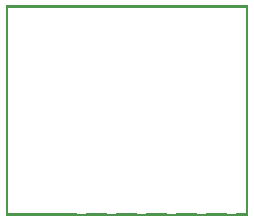
<source format=gbo>
G04 MADE WITH FRITZING*
G04 WWW.FRITZING.ORG*
G04 DOUBLE SIDED*
G04 HOLES PLATED*
G04 CONTOUR ON CENTER OF CONTOUR VECTOR*
%ASAXBY*%
%FSLAX23Y23*%
%MOIN*%
%OFA0B0*%
%SFA1.0B1.0*%
%ADD10R,0.001000X0.001000*%
%LNSILK0*%
G90*
G70*
G54D10*
X0Y702D02*
X806Y702D01*
X0Y701D02*
X806Y701D01*
X0Y700D02*
X806Y700D01*
X0Y699D02*
X806Y699D01*
X0Y698D02*
X806Y698D01*
X0Y697D02*
X806Y697D01*
X0Y696D02*
X806Y696D01*
X0Y695D02*
X806Y695D01*
X0Y694D02*
X7Y694D01*
X799Y694D02*
X806Y694D01*
X0Y693D02*
X7Y693D01*
X799Y693D02*
X806Y693D01*
X0Y692D02*
X7Y692D01*
X799Y692D02*
X806Y692D01*
X0Y691D02*
X7Y691D01*
X799Y691D02*
X806Y691D01*
X0Y690D02*
X7Y690D01*
X799Y690D02*
X806Y690D01*
X0Y689D02*
X7Y689D01*
X799Y689D02*
X806Y689D01*
X0Y688D02*
X7Y688D01*
X799Y688D02*
X806Y688D01*
X0Y687D02*
X7Y687D01*
X799Y687D02*
X806Y687D01*
X0Y686D02*
X7Y686D01*
X799Y686D02*
X806Y686D01*
X0Y685D02*
X7Y685D01*
X799Y685D02*
X806Y685D01*
X0Y684D02*
X7Y684D01*
X799Y684D02*
X806Y684D01*
X0Y683D02*
X7Y683D01*
X799Y683D02*
X806Y683D01*
X0Y682D02*
X7Y682D01*
X799Y682D02*
X806Y682D01*
X0Y681D02*
X7Y681D01*
X799Y681D02*
X806Y681D01*
X0Y680D02*
X7Y680D01*
X799Y680D02*
X806Y680D01*
X0Y679D02*
X7Y679D01*
X799Y679D02*
X806Y679D01*
X0Y678D02*
X7Y678D01*
X799Y678D02*
X806Y678D01*
X0Y677D02*
X7Y677D01*
X799Y677D02*
X806Y677D01*
X0Y676D02*
X7Y676D01*
X799Y676D02*
X806Y676D01*
X0Y675D02*
X7Y675D01*
X799Y675D02*
X806Y675D01*
X0Y674D02*
X7Y674D01*
X799Y674D02*
X806Y674D01*
X0Y673D02*
X7Y673D01*
X799Y673D02*
X806Y673D01*
X0Y672D02*
X7Y672D01*
X799Y672D02*
X806Y672D01*
X0Y671D02*
X7Y671D01*
X799Y671D02*
X806Y671D01*
X0Y670D02*
X7Y670D01*
X799Y670D02*
X806Y670D01*
X0Y669D02*
X7Y669D01*
X799Y669D02*
X806Y669D01*
X0Y668D02*
X7Y668D01*
X799Y668D02*
X806Y668D01*
X0Y667D02*
X7Y667D01*
X799Y667D02*
X806Y667D01*
X0Y666D02*
X7Y666D01*
X799Y666D02*
X806Y666D01*
X0Y665D02*
X7Y665D01*
X799Y665D02*
X806Y665D01*
X0Y664D02*
X7Y664D01*
X799Y664D02*
X806Y664D01*
X0Y663D02*
X7Y663D01*
X799Y663D02*
X806Y663D01*
X0Y662D02*
X7Y662D01*
X799Y662D02*
X806Y662D01*
X0Y661D02*
X7Y661D01*
X799Y661D02*
X806Y661D01*
X0Y660D02*
X7Y660D01*
X799Y660D02*
X806Y660D01*
X0Y659D02*
X7Y659D01*
X799Y659D02*
X806Y659D01*
X0Y658D02*
X7Y658D01*
X799Y658D02*
X806Y658D01*
X0Y657D02*
X7Y657D01*
X799Y657D02*
X806Y657D01*
X0Y656D02*
X7Y656D01*
X799Y656D02*
X806Y656D01*
X0Y655D02*
X7Y655D01*
X799Y655D02*
X806Y655D01*
X0Y654D02*
X7Y654D01*
X799Y654D02*
X806Y654D01*
X0Y653D02*
X7Y653D01*
X799Y653D02*
X806Y653D01*
X0Y652D02*
X7Y652D01*
X799Y652D02*
X806Y652D01*
X0Y651D02*
X7Y651D01*
X799Y651D02*
X806Y651D01*
X0Y650D02*
X7Y650D01*
X799Y650D02*
X806Y650D01*
X0Y649D02*
X7Y649D01*
X799Y649D02*
X806Y649D01*
X0Y648D02*
X7Y648D01*
X799Y648D02*
X806Y648D01*
X0Y647D02*
X7Y647D01*
X799Y647D02*
X806Y647D01*
X0Y646D02*
X7Y646D01*
X799Y646D02*
X806Y646D01*
X0Y645D02*
X7Y645D01*
X799Y645D02*
X806Y645D01*
X0Y644D02*
X7Y644D01*
X799Y644D02*
X806Y644D01*
X0Y643D02*
X7Y643D01*
X799Y643D02*
X806Y643D01*
X0Y642D02*
X7Y642D01*
X799Y642D02*
X806Y642D01*
X0Y641D02*
X7Y641D01*
X799Y641D02*
X806Y641D01*
X0Y640D02*
X7Y640D01*
X799Y640D02*
X806Y640D01*
X0Y639D02*
X7Y639D01*
X799Y639D02*
X806Y639D01*
X0Y638D02*
X7Y638D01*
X799Y638D02*
X806Y638D01*
X0Y637D02*
X7Y637D01*
X799Y637D02*
X806Y637D01*
X0Y636D02*
X7Y636D01*
X799Y636D02*
X806Y636D01*
X0Y635D02*
X7Y635D01*
X799Y635D02*
X806Y635D01*
X0Y634D02*
X7Y634D01*
X799Y634D02*
X806Y634D01*
X0Y633D02*
X7Y633D01*
X799Y633D02*
X806Y633D01*
X0Y632D02*
X7Y632D01*
X799Y632D02*
X806Y632D01*
X0Y631D02*
X7Y631D01*
X799Y631D02*
X806Y631D01*
X0Y630D02*
X7Y630D01*
X799Y630D02*
X806Y630D01*
X0Y629D02*
X7Y629D01*
X799Y629D02*
X806Y629D01*
X0Y628D02*
X7Y628D01*
X799Y628D02*
X806Y628D01*
X0Y627D02*
X7Y627D01*
X799Y627D02*
X806Y627D01*
X0Y626D02*
X7Y626D01*
X799Y626D02*
X806Y626D01*
X0Y625D02*
X7Y625D01*
X799Y625D02*
X806Y625D01*
X0Y624D02*
X7Y624D01*
X799Y624D02*
X806Y624D01*
X0Y623D02*
X7Y623D01*
X799Y623D02*
X806Y623D01*
X0Y622D02*
X7Y622D01*
X799Y622D02*
X806Y622D01*
X0Y621D02*
X7Y621D01*
X799Y621D02*
X806Y621D01*
X0Y620D02*
X7Y620D01*
X799Y620D02*
X806Y620D01*
X0Y619D02*
X7Y619D01*
X799Y619D02*
X806Y619D01*
X0Y618D02*
X7Y618D01*
X799Y618D02*
X806Y618D01*
X0Y617D02*
X7Y617D01*
X799Y617D02*
X806Y617D01*
X0Y616D02*
X7Y616D01*
X799Y616D02*
X806Y616D01*
X0Y615D02*
X7Y615D01*
X799Y615D02*
X806Y615D01*
X0Y614D02*
X7Y614D01*
X799Y614D02*
X806Y614D01*
X0Y613D02*
X7Y613D01*
X799Y613D02*
X806Y613D01*
X0Y612D02*
X7Y612D01*
X799Y612D02*
X806Y612D01*
X0Y611D02*
X7Y611D01*
X799Y611D02*
X806Y611D01*
X0Y610D02*
X7Y610D01*
X799Y610D02*
X806Y610D01*
X0Y609D02*
X7Y609D01*
X799Y609D02*
X806Y609D01*
X0Y608D02*
X7Y608D01*
X799Y608D02*
X806Y608D01*
X0Y607D02*
X7Y607D01*
X799Y607D02*
X806Y607D01*
X0Y606D02*
X7Y606D01*
X799Y606D02*
X806Y606D01*
X0Y605D02*
X7Y605D01*
X799Y605D02*
X806Y605D01*
X0Y604D02*
X7Y604D01*
X799Y604D02*
X806Y604D01*
X0Y603D02*
X7Y603D01*
X799Y603D02*
X806Y603D01*
X0Y602D02*
X7Y602D01*
X799Y602D02*
X806Y602D01*
X0Y601D02*
X7Y601D01*
X799Y601D02*
X806Y601D01*
X0Y600D02*
X7Y600D01*
X799Y600D02*
X806Y600D01*
X0Y599D02*
X7Y599D01*
X799Y599D02*
X806Y599D01*
X0Y598D02*
X7Y598D01*
X799Y598D02*
X806Y598D01*
X0Y597D02*
X7Y597D01*
X799Y597D02*
X806Y597D01*
X0Y596D02*
X7Y596D01*
X799Y596D02*
X806Y596D01*
X0Y595D02*
X7Y595D01*
X799Y595D02*
X806Y595D01*
X0Y594D02*
X7Y594D01*
X799Y594D02*
X806Y594D01*
X0Y593D02*
X7Y593D01*
X799Y593D02*
X806Y593D01*
X0Y592D02*
X7Y592D01*
X799Y592D02*
X806Y592D01*
X0Y591D02*
X7Y591D01*
X799Y591D02*
X806Y591D01*
X0Y590D02*
X7Y590D01*
X799Y590D02*
X806Y590D01*
X0Y589D02*
X7Y589D01*
X799Y589D02*
X806Y589D01*
X0Y588D02*
X7Y588D01*
X799Y588D02*
X806Y588D01*
X0Y587D02*
X7Y587D01*
X799Y587D02*
X806Y587D01*
X0Y586D02*
X7Y586D01*
X799Y586D02*
X806Y586D01*
X0Y585D02*
X7Y585D01*
X799Y585D02*
X806Y585D01*
X0Y584D02*
X7Y584D01*
X799Y584D02*
X806Y584D01*
X0Y583D02*
X7Y583D01*
X799Y583D02*
X806Y583D01*
X0Y582D02*
X7Y582D01*
X799Y582D02*
X806Y582D01*
X0Y581D02*
X7Y581D01*
X799Y581D02*
X806Y581D01*
X0Y580D02*
X7Y580D01*
X799Y580D02*
X806Y580D01*
X0Y579D02*
X7Y579D01*
X799Y579D02*
X806Y579D01*
X0Y578D02*
X7Y578D01*
X799Y578D02*
X806Y578D01*
X0Y577D02*
X7Y577D01*
X799Y577D02*
X806Y577D01*
X0Y576D02*
X7Y576D01*
X799Y576D02*
X806Y576D01*
X0Y575D02*
X7Y575D01*
X799Y575D02*
X806Y575D01*
X0Y574D02*
X7Y574D01*
X799Y574D02*
X806Y574D01*
X0Y573D02*
X7Y573D01*
X799Y573D02*
X806Y573D01*
X0Y572D02*
X7Y572D01*
X799Y572D02*
X806Y572D01*
X0Y571D02*
X7Y571D01*
X799Y571D02*
X806Y571D01*
X0Y570D02*
X7Y570D01*
X799Y570D02*
X806Y570D01*
X0Y569D02*
X7Y569D01*
X799Y569D02*
X806Y569D01*
X0Y568D02*
X7Y568D01*
X799Y568D02*
X806Y568D01*
X0Y567D02*
X7Y567D01*
X799Y567D02*
X806Y567D01*
X0Y566D02*
X7Y566D01*
X799Y566D02*
X806Y566D01*
X0Y565D02*
X7Y565D01*
X799Y565D02*
X806Y565D01*
X0Y564D02*
X7Y564D01*
X799Y564D02*
X806Y564D01*
X0Y563D02*
X7Y563D01*
X799Y563D02*
X806Y563D01*
X0Y562D02*
X7Y562D01*
X799Y562D02*
X806Y562D01*
X0Y561D02*
X7Y561D01*
X799Y561D02*
X806Y561D01*
X0Y560D02*
X7Y560D01*
X799Y560D02*
X806Y560D01*
X0Y559D02*
X7Y559D01*
X799Y559D02*
X806Y559D01*
X0Y558D02*
X7Y558D01*
X799Y558D02*
X806Y558D01*
X0Y557D02*
X7Y557D01*
X799Y557D02*
X806Y557D01*
X0Y556D02*
X7Y556D01*
X799Y556D02*
X806Y556D01*
X0Y555D02*
X7Y555D01*
X799Y555D02*
X806Y555D01*
X0Y554D02*
X7Y554D01*
X799Y554D02*
X806Y554D01*
X0Y553D02*
X7Y553D01*
X799Y553D02*
X806Y553D01*
X0Y552D02*
X7Y552D01*
X799Y552D02*
X806Y552D01*
X0Y551D02*
X7Y551D01*
X799Y551D02*
X806Y551D01*
X0Y550D02*
X7Y550D01*
X799Y550D02*
X806Y550D01*
X0Y549D02*
X7Y549D01*
X799Y549D02*
X806Y549D01*
X0Y548D02*
X7Y548D01*
X799Y548D02*
X806Y548D01*
X0Y547D02*
X7Y547D01*
X799Y547D02*
X806Y547D01*
X0Y546D02*
X7Y546D01*
X799Y546D02*
X806Y546D01*
X0Y545D02*
X7Y545D01*
X799Y545D02*
X806Y545D01*
X0Y544D02*
X7Y544D01*
X799Y544D02*
X806Y544D01*
X0Y543D02*
X7Y543D01*
X799Y543D02*
X806Y543D01*
X0Y542D02*
X7Y542D01*
X799Y542D02*
X806Y542D01*
X0Y541D02*
X7Y541D01*
X799Y541D02*
X806Y541D01*
X0Y540D02*
X7Y540D01*
X799Y540D02*
X806Y540D01*
X0Y539D02*
X7Y539D01*
X799Y539D02*
X806Y539D01*
X0Y538D02*
X7Y538D01*
X799Y538D02*
X806Y538D01*
X0Y537D02*
X7Y537D01*
X799Y537D02*
X806Y537D01*
X0Y536D02*
X7Y536D01*
X799Y536D02*
X806Y536D01*
X0Y535D02*
X7Y535D01*
X799Y535D02*
X806Y535D01*
X0Y534D02*
X7Y534D01*
X799Y534D02*
X806Y534D01*
X0Y533D02*
X7Y533D01*
X799Y533D02*
X806Y533D01*
X0Y532D02*
X7Y532D01*
X799Y532D02*
X806Y532D01*
X0Y531D02*
X7Y531D01*
X799Y531D02*
X806Y531D01*
X0Y530D02*
X7Y530D01*
X799Y530D02*
X806Y530D01*
X0Y529D02*
X7Y529D01*
X799Y529D02*
X806Y529D01*
X0Y528D02*
X7Y528D01*
X799Y528D02*
X806Y528D01*
X0Y527D02*
X7Y527D01*
X799Y527D02*
X806Y527D01*
X0Y526D02*
X7Y526D01*
X799Y526D02*
X806Y526D01*
X0Y525D02*
X7Y525D01*
X799Y525D02*
X806Y525D01*
X0Y524D02*
X7Y524D01*
X799Y524D02*
X806Y524D01*
X0Y523D02*
X7Y523D01*
X799Y523D02*
X806Y523D01*
X0Y522D02*
X7Y522D01*
X799Y522D02*
X806Y522D01*
X0Y521D02*
X7Y521D01*
X799Y521D02*
X806Y521D01*
X0Y520D02*
X7Y520D01*
X799Y520D02*
X806Y520D01*
X0Y519D02*
X7Y519D01*
X799Y519D02*
X806Y519D01*
X0Y518D02*
X7Y518D01*
X799Y518D02*
X806Y518D01*
X0Y517D02*
X7Y517D01*
X799Y517D02*
X806Y517D01*
X0Y516D02*
X7Y516D01*
X799Y516D02*
X806Y516D01*
X0Y515D02*
X7Y515D01*
X799Y515D02*
X806Y515D01*
X0Y514D02*
X7Y514D01*
X799Y514D02*
X806Y514D01*
X0Y513D02*
X7Y513D01*
X799Y513D02*
X806Y513D01*
X0Y512D02*
X7Y512D01*
X799Y512D02*
X806Y512D01*
X0Y511D02*
X7Y511D01*
X799Y511D02*
X806Y511D01*
X0Y510D02*
X7Y510D01*
X799Y510D02*
X806Y510D01*
X0Y509D02*
X7Y509D01*
X799Y509D02*
X806Y509D01*
X0Y508D02*
X7Y508D01*
X799Y508D02*
X806Y508D01*
X0Y507D02*
X7Y507D01*
X799Y507D02*
X806Y507D01*
X0Y506D02*
X7Y506D01*
X799Y506D02*
X806Y506D01*
X0Y505D02*
X7Y505D01*
X799Y505D02*
X806Y505D01*
X0Y504D02*
X7Y504D01*
X799Y504D02*
X806Y504D01*
X0Y503D02*
X7Y503D01*
X799Y503D02*
X806Y503D01*
X0Y502D02*
X7Y502D01*
X799Y502D02*
X806Y502D01*
X0Y501D02*
X7Y501D01*
X799Y501D02*
X806Y501D01*
X0Y500D02*
X7Y500D01*
X799Y500D02*
X806Y500D01*
X0Y499D02*
X7Y499D01*
X799Y499D02*
X806Y499D01*
X0Y498D02*
X7Y498D01*
X799Y498D02*
X806Y498D01*
X0Y497D02*
X7Y497D01*
X799Y497D02*
X806Y497D01*
X0Y496D02*
X7Y496D01*
X799Y496D02*
X806Y496D01*
X0Y495D02*
X7Y495D01*
X799Y495D02*
X806Y495D01*
X0Y494D02*
X7Y494D01*
X799Y494D02*
X806Y494D01*
X0Y493D02*
X7Y493D01*
X799Y493D02*
X806Y493D01*
X0Y492D02*
X7Y492D01*
X799Y492D02*
X806Y492D01*
X0Y491D02*
X7Y491D01*
X799Y491D02*
X806Y491D01*
X0Y490D02*
X7Y490D01*
X799Y490D02*
X806Y490D01*
X0Y489D02*
X7Y489D01*
X799Y489D02*
X806Y489D01*
X0Y488D02*
X7Y488D01*
X799Y488D02*
X806Y488D01*
X0Y487D02*
X7Y487D01*
X799Y487D02*
X806Y487D01*
X0Y486D02*
X7Y486D01*
X799Y486D02*
X806Y486D01*
X0Y485D02*
X7Y485D01*
X799Y485D02*
X806Y485D01*
X0Y484D02*
X7Y484D01*
X799Y484D02*
X806Y484D01*
X0Y483D02*
X7Y483D01*
X799Y483D02*
X806Y483D01*
X0Y482D02*
X7Y482D01*
X799Y482D02*
X806Y482D01*
X0Y481D02*
X7Y481D01*
X799Y481D02*
X806Y481D01*
X0Y480D02*
X7Y480D01*
X799Y480D02*
X806Y480D01*
X0Y479D02*
X7Y479D01*
X799Y479D02*
X806Y479D01*
X0Y478D02*
X7Y478D01*
X799Y478D02*
X806Y478D01*
X0Y477D02*
X7Y477D01*
X799Y477D02*
X806Y477D01*
X0Y476D02*
X7Y476D01*
X799Y476D02*
X806Y476D01*
X0Y475D02*
X7Y475D01*
X799Y475D02*
X806Y475D01*
X0Y474D02*
X7Y474D01*
X799Y474D02*
X806Y474D01*
X0Y473D02*
X7Y473D01*
X799Y473D02*
X806Y473D01*
X0Y472D02*
X7Y472D01*
X799Y472D02*
X806Y472D01*
X0Y471D02*
X7Y471D01*
X799Y471D02*
X806Y471D01*
X0Y470D02*
X7Y470D01*
X799Y470D02*
X806Y470D01*
X0Y469D02*
X7Y469D01*
X799Y469D02*
X806Y469D01*
X0Y468D02*
X7Y468D01*
X799Y468D02*
X806Y468D01*
X0Y467D02*
X7Y467D01*
X799Y467D02*
X806Y467D01*
X0Y466D02*
X7Y466D01*
X799Y466D02*
X806Y466D01*
X0Y465D02*
X7Y465D01*
X799Y465D02*
X806Y465D01*
X0Y464D02*
X7Y464D01*
X799Y464D02*
X806Y464D01*
X0Y463D02*
X7Y463D01*
X799Y463D02*
X806Y463D01*
X0Y462D02*
X7Y462D01*
X799Y462D02*
X806Y462D01*
X0Y461D02*
X7Y461D01*
X799Y461D02*
X806Y461D01*
X0Y460D02*
X7Y460D01*
X799Y460D02*
X806Y460D01*
X0Y459D02*
X7Y459D01*
X799Y459D02*
X806Y459D01*
X0Y458D02*
X7Y458D01*
X799Y458D02*
X806Y458D01*
X0Y457D02*
X7Y457D01*
X799Y457D02*
X806Y457D01*
X0Y456D02*
X7Y456D01*
X799Y456D02*
X806Y456D01*
X0Y455D02*
X7Y455D01*
X799Y455D02*
X806Y455D01*
X0Y454D02*
X7Y454D01*
X799Y454D02*
X806Y454D01*
X0Y453D02*
X7Y453D01*
X799Y453D02*
X806Y453D01*
X0Y452D02*
X7Y452D01*
X799Y452D02*
X806Y452D01*
X0Y451D02*
X7Y451D01*
X799Y451D02*
X806Y451D01*
X0Y450D02*
X7Y450D01*
X799Y450D02*
X806Y450D01*
X0Y449D02*
X7Y449D01*
X799Y449D02*
X806Y449D01*
X0Y448D02*
X7Y448D01*
X799Y448D02*
X806Y448D01*
X0Y447D02*
X7Y447D01*
X799Y447D02*
X806Y447D01*
X0Y446D02*
X7Y446D01*
X799Y446D02*
X806Y446D01*
X0Y445D02*
X7Y445D01*
X799Y445D02*
X806Y445D01*
X0Y444D02*
X7Y444D01*
X799Y444D02*
X806Y444D01*
X0Y443D02*
X7Y443D01*
X799Y443D02*
X806Y443D01*
X0Y442D02*
X7Y442D01*
X799Y442D02*
X806Y442D01*
X0Y441D02*
X7Y441D01*
X799Y441D02*
X806Y441D01*
X0Y440D02*
X7Y440D01*
X799Y440D02*
X806Y440D01*
X0Y439D02*
X7Y439D01*
X799Y439D02*
X806Y439D01*
X0Y438D02*
X7Y438D01*
X799Y438D02*
X806Y438D01*
X0Y437D02*
X7Y437D01*
X799Y437D02*
X806Y437D01*
X0Y436D02*
X7Y436D01*
X799Y436D02*
X806Y436D01*
X0Y435D02*
X7Y435D01*
X799Y435D02*
X806Y435D01*
X0Y434D02*
X7Y434D01*
X799Y434D02*
X806Y434D01*
X0Y433D02*
X7Y433D01*
X799Y433D02*
X806Y433D01*
X0Y432D02*
X7Y432D01*
X799Y432D02*
X806Y432D01*
X0Y431D02*
X7Y431D01*
X799Y431D02*
X806Y431D01*
X0Y430D02*
X7Y430D01*
X799Y430D02*
X806Y430D01*
X0Y429D02*
X7Y429D01*
X799Y429D02*
X806Y429D01*
X0Y428D02*
X7Y428D01*
X799Y428D02*
X806Y428D01*
X0Y427D02*
X7Y427D01*
X799Y427D02*
X806Y427D01*
X0Y426D02*
X7Y426D01*
X799Y426D02*
X806Y426D01*
X0Y425D02*
X7Y425D01*
X799Y425D02*
X806Y425D01*
X0Y424D02*
X7Y424D01*
X799Y424D02*
X806Y424D01*
X0Y423D02*
X7Y423D01*
X799Y423D02*
X806Y423D01*
X0Y422D02*
X7Y422D01*
X799Y422D02*
X806Y422D01*
X0Y421D02*
X7Y421D01*
X799Y421D02*
X806Y421D01*
X0Y420D02*
X7Y420D01*
X799Y420D02*
X806Y420D01*
X0Y419D02*
X7Y419D01*
X799Y419D02*
X806Y419D01*
X0Y418D02*
X7Y418D01*
X799Y418D02*
X806Y418D01*
X0Y417D02*
X7Y417D01*
X799Y417D02*
X806Y417D01*
X0Y416D02*
X7Y416D01*
X799Y416D02*
X806Y416D01*
X0Y415D02*
X7Y415D01*
X799Y415D02*
X806Y415D01*
X0Y414D02*
X7Y414D01*
X799Y414D02*
X806Y414D01*
X0Y413D02*
X7Y413D01*
X799Y413D02*
X806Y413D01*
X0Y412D02*
X7Y412D01*
X799Y412D02*
X806Y412D01*
X0Y411D02*
X7Y411D01*
X799Y411D02*
X806Y411D01*
X0Y410D02*
X7Y410D01*
X799Y410D02*
X806Y410D01*
X0Y409D02*
X7Y409D01*
X799Y409D02*
X806Y409D01*
X0Y408D02*
X7Y408D01*
X799Y408D02*
X806Y408D01*
X0Y407D02*
X7Y407D01*
X799Y407D02*
X806Y407D01*
X0Y406D02*
X7Y406D01*
X799Y406D02*
X806Y406D01*
X0Y405D02*
X7Y405D01*
X799Y405D02*
X806Y405D01*
X0Y404D02*
X7Y404D01*
X799Y404D02*
X806Y404D01*
X0Y403D02*
X7Y403D01*
X799Y403D02*
X806Y403D01*
X0Y402D02*
X7Y402D01*
X799Y402D02*
X806Y402D01*
X0Y401D02*
X7Y401D01*
X799Y401D02*
X806Y401D01*
X0Y400D02*
X7Y400D01*
X799Y400D02*
X806Y400D01*
X0Y399D02*
X7Y399D01*
X799Y399D02*
X806Y399D01*
X0Y398D02*
X7Y398D01*
X799Y398D02*
X806Y398D01*
X0Y397D02*
X7Y397D01*
X799Y397D02*
X806Y397D01*
X0Y396D02*
X7Y396D01*
X799Y396D02*
X806Y396D01*
X0Y395D02*
X7Y395D01*
X799Y395D02*
X806Y395D01*
X0Y394D02*
X7Y394D01*
X799Y394D02*
X806Y394D01*
X0Y393D02*
X7Y393D01*
X799Y393D02*
X806Y393D01*
X0Y392D02*
X7Y392D01*
X799Y392D02*
X806Y392D01*
X0Y391D02*
X7Y391D01*
X799Y391D02*
X806Y391D01*
X0Y390D02*
X7Y390D01*
X799Y390D02*
X806Y390D01*
X0Y389D02*
X7Y389D01*
X799Y389D02*
X806Y389D01*
X0Y388D02*
X7Y388D01*
X799Y388D02*
X806Y388D01*
X0Y387D02*
X7Y387D01*
X799Y387D02*
X806Y387D01*
X0Y386D02*
X7Y386D01*
X799Y386D02*
X806Y386D01*
X0Y385D02*
X7Y385D01*
X799Y385D02*
X806Y385D01*
X0Y384D02*
X7Y384D01*
X799Y384D02*
X806Y384D01*
X0Y383D02*
X7Y383D01*
X799Y383D02*
X806Y383D01*
X0Y382D02*
X7Y382D01*
X799Y382D02*
X806Y382D01*
X0Y381D02*
X7Y381D01*
X799Y381D02*
X806Y381D01*
X0Y380D02*
X7Y380D01*
X799Y380D02*
X806Y380D01*
X0Y379D02*
X7Y379D01*
X799Y379D02*
X806Y379D01*
X0Y378D02*
X7Y378D01*
X799Y378D02*
X806Y378D01*
X0Y377D02*
X7Y377D01*
X799Y377D02*
X806Y377D01*
X0Y376D02*
X7Y376D01*
X799Y376D02*
X806Y376D01*
X0Y375D02*
X7Y375D01*
X799Y375D02*
X806Y375D01*
X0Y374D02*
X7Y374D01*
X799Y374D02*
X806Y374D01*
X0Y373D02*
X7Y373D01*
X799Y373D02*
X806Y373D01*
X0Y372D02*
X7Y372D01*
X799Y372D02*
X806Y372D01*
X0Y371D02*
X7Y371D01*
X799Y371D02*
X806Y371D01*
X0Y370D02*
X7Y370D01*
X799Y370D02*
X806Y370D01*
X0Y369D02*
X7Y369D01*
X799Y369D02*
X806Y369D01*
X0Y368D02*
X7Y368D01*
X799Y368D02*
X806Y368D01*
X0Y367D02*
X7Y367D01*
X799Y367D02*
X806Y367D01*
X0Y366D02*
X7Y366D01*
X799Y366D02*
X806Y366D01*
X0Y365D02*
X7Y365D01*
X799Y365D02*
X806Y365D01*
X0Y364D02*
X7Y364D01*
X799Y364D02*
X806Y364D01*
X0Y363D02*
X7Y363D01*
X799Y363D02*
X806Y363D01*
X0Y362D02*
X7Y362D01*
X799Y362D02*
X806Y362D01*
X0Y361D02*
X7Y361D01*
X799Y361D02*
X806Y361D01*
X0Y360D02*
X7Y360D01*
X799Y360D02*
X806Y360D01*
X0Y359D02*
X7Y359D01*
X799Y359D02*
X806Y359D01*
X0Y358D02*
X7Y358D01*
X799Y358D02*
X806Y358D01*
X0Y357D02*
X7Y357D01*
X799Y357D02*
X806Y357D01*
X0Y356D02*
X7Y356D01*
X799Y356D02*
X806Y356D01*
X0Y355D02*
X7Y355D01*
X799Y355D02*
X806Y355D01*
X0Y354D02*
X7Y354D01*
X799Y354D02*
X806Y354D01*
X0Y353D02*
X7Y353D01*
X799Y353D02*
X806Y353D01*
X0Y352D02*
X7Y352D01*
X799Y352D02*
X806Y352D01*
X0Y351D02*
X7Y351D01*
X799Y351D02*
X806Y351D01*
X0Y350D02*
X7Y350D01*
X799Y350D02*
X806Y350D01*
X0Y349D02*
X7Y349D01*
X799Y349D02*
X806Y349D01*
X0Y348D02*
X7Y348D01*
X799Y348D02*
X806Y348D01*
X0Y347D02*
X7Y347D01*
X799Y347D02*
X806Y347D01*
X0Y346D02*
X7Y346D01*
X799Y346D02*
X806Y346D01*
X0Y345D02*
X7Y345D01*
X799Y345D02*
X806Y345D01*
X0Y344D02*
X7Y344D01*
X799Y344D02*
X806Y344D01*
X0Y343D02*
X7Y343D01*
X799Y343D02*
X806Y343D01*
X0Y342D02*
X7Y342D01*
X799Y342D02*
X806Y342D01*
X0Y341D02*
X7Y341D01*
X799Y341D02*
X806Y341D01*
X0Y340D02*
X7Y340D01*
X799Y340D02*
X806Y340D01*
X0Y339D02*
X7Y339D01*
X799Y339D02*
X806Y339D01*
X0Y338D02*
X7Y338D01*
X799Y338D02*
X806Y338D01*
X0Y337D02*
X7Y337D01*
X799Y337D02*
X806Y337D01*
X0Y336D02*
X7Y336D01*
X799Y336D02*
X806Y336D01*
X0Y335D02*
X7Y335D01*
X799Y335D02*
X806Y335D01*
X0Y334D02*
X7Y334D01*
X799Y334D02*
X806Y334D01*
X0Y333D02*
X7Y333D01*
X799Y333D02*
X806Y333D01*
X0Y332D02*
X7Y332D01*
X799Y332D02*
X806Y332D01*
X0Y331D02*
X7Y331D01*
X799Y331D02*
X806Y331D01*
X0Y330D02*
X7Y330D01*
X799Y330D02*
X806Y330D01*
X0Y329D02*
X7Y329D01*
X799Y329D02*
X806Y329D01*
X0Y328D02*
X7Y328D01*
X799Y328D02*
X806Y328D01*
X0Y327D02*
X7Y327D01*
X799Y327D02*
X806Y327D01*
X0Y326D02*
X7Y326D01*
X799Y326D02*
X806Y326D01*
X0Y325D02*
X7Y325D01*
X799Y325D02*
X806Y325D01*
X0Y324D02*
X7Y324D01*
X799Y324D02*
X806Y324D01*
X0Y323D02*
X7Y323D01*
X799Y323D02*
X806Y323D01*
X0Y322D02*
X7Y322D01*
X799Y322D02*
X806Y322D01*
X0Y321D02*
X7Y321D01*
X799Y321D02*
X806Y321D01*
X0Y320D02*
X7Y320D01*
X799Y320D02*
X806Y320D01*
X0Y319D02*
X7Y319D01*
X799Y319D02*
X806Y319D01*
X0Y318D02*
X7Y318D01*
X799Y318D02*
X806Y318D01*
X0Y317D02*
X7Y317D01*
X799Y317D02*
X806Y317D01*
X0Y316D02*
X7Y316D01*
X799Y316D02*
X806Y316D01*
X0Y315D02*
X7Y315D01*
X799Y315D02*
X806Y315D01*
X0Y314D02*
X7Y314D01*
X799Y314D02*
X806Y314D01*
X0Y313D02*
X7Y313D01*
X799Y313D02*
X806Y313D01*
X0Y312D02*
X7Y312D01*
X799Y312D02*
X806Y312D01*
X0Y311D02*
X7Y311D01*
X799Y311D02*
X806Y311D01*
X0Y310D02*
X7Y310D01*
X799Y310D02*
X806Y310D01*
X0Y309D02*
X7Y309D01*
X799Y309D02*
X806Y309D01*
X0Y308D02*
X7Y308D01*
X799Y308D02*
X806Y308D01*
X0Y307D02*
X7Y307D01*
X799Y307D02*
X806Y307D01*
X0Y306D02*
X7Y306D01*
X799Y306D02*
X806Y306D01*
X0Y305D02*
X7Y305D01*
X799Y305D02*
X806Y305D01*
X0Y304D02*
X7Y304D01*
X799Y304D02*
X806Y304D01*
X0Y303D02*
X7Y303D01*
X799Y303D02*
X806Y303D01*
X0Y302D02*
X7Y302D01*
X799Y302D02*
X806Y302D01*
X0Y301D02*
X7Y301D01*
X799Y301D02*
X806Y301D01*
X0Y300D02*
X7Y300D01*
X799Y300D02*
X806Y300D01*
X0Y299D02*
X7Y299D01*
X799Y299D02*
X806Y299D01*
X0Y298D02*
X7Y298D01*
X799Y298D02*
X806Y298D01*
X0Y297D02*
X7Y297D01*
X799Y297D02*
X806Y297D01*
X0Y296D02*
X7Y296D01*
X799Y296D02*
X806Y296D01*
X0Y295D02*
X7Y295D01*
X799Y295D02*
X806Y295D01*
X0Y294D02*
X7Y294D01*
X799Y294D02*
X806Y294D01*
X0Y293D02*
X7Y293D01*
X799Y293D02*
X806Y293D01*
X0Y292D02*
X7Y292D01*
X799Y292D02*
X806Y292D01*
X0Y291D02*
X7Y291D01*
X799Y291D02*
X806Y291D01*
X0Y290D02*
X7Y290D01*
X799Y290D02*
X806Y290D01*
X0Y289D02*
X7Y289D01*
X799Y289D02*
X806Y289D01*
X0Y288D02*
X7Y288D01*
X799Y288D02*
X806Y288D01*
X0Y287D02*
X7Y287D01*
X799Y287D02*
X806Y287D01*
X0Y286D02*
X7Y286D01*
X799Y286D02*
X806Y286D01*
X0Y285D02*
X7Y285D01*
X799Y285D02*
X806Y285D01*
X0Y284D02*
X7Y284D01*
X799Y284D02*
X806Y284D01*
X0Y283D02*
X7Y283D01*
X799Y283D02*
X806Y283D01*
X0Y282D02*
X7Y282D01*
X799Y282D02*
X806Y282D01*
X0Y281D02*
X7Y281D01*
X799Y281D02*
X806Y281D01*
X0Y280D02*
X7Y280D01*
X799Y280D02*
X806Y280D01*
X0Y279D02*
X7Y279D01*
X799Y279D02*
X806Y279D01*
X0Y278D02*
X7Y278D01*
X799Y278D02*
X806Y278D01*
X0Y277D02*
X7Y277D01*
X799Y277D02*
X806Y277D01*
X0Y276D02*
X7Y276D01*
X799Y276D02*
X806Y276D01*
X0Y275D02*
X7Y275D01*
X799Y275D02*
X806Y275D01*
X0Y274D02*
X7Y274D01*
X799Y274D02*
X806Y274D01*
X0Y273D02*
X7Y273D01*
X799Y273D02*
X806Y273D01*
X0Y272D02*
X7Y272D01*
X799Y272D02*
X806Y272D01*
X0Y271D02*
X7Y271D01*
X799Y271D02*
X806Y271D01*
X0Y270D02*
X7Y270D01*
X799Y270D02*
X806Y270D01*
X0Y269D02*
X7Y269D01*
X799Y269D02*
X806Y269D01*
X0Y268D02*
X7Y268D01*
X799Y268D02*
X806Y268D01*
X0Y267D02*
X7Y267D01*
X799Y267D02*
X806Y267D01*
X0Y266D02*
X7Y266D01*
X799Y266D02*
X806Y266D01*
X0Y265D02*
X7Y265D01*
X799Y265D02*
X806Y265D01*
X0Y264D02*
X7Y264D01*
X799Y264D02*
X806Y264D01*
X0Y263D02*
X7Y263D01*
X799Y263D02*
X806Y263D01*
X0Y262D02*
X7Y262D01*
X799Y262D02*
X806Y262D01*
X0Y261D02*
X7Y261D01*
X799Y261D02*
X806Y261D01*
X0Y260D02*
X7Y260D01*
X799Y260D02*
X806Y260D01*
X0Y259D02*
X7Y259D01*
X799Y259D02*
X806Y259D01*
X0Y258D02*
X7Y258D01*
X799Y258D02*
X806Y258D01*
X0Y257D02*
X7Y257D01*
X799Y257D02*
X806Y257D01*
X0Y256D02*
X7Y256D01*
X799Y256D02*
X806Y256D01*
X0Y255D02*
X7Y255D01*
X799Y255D02*
X806Y255D01*
X0Y254D02*
X7Y254D01*
X799Y254D02*
X806Y254D01*
X0Y253D02*
X7Y253D01*
X799Y253D02*
X806Y253D01*
X0Y252D02*
X7Y252D01*
X799Y252D02*
X806Y252D01*
X0Y251D02*
X7Y251D01*
X799Y251D02*
X806Y251D01*
X0Y250D02*
X7Y250D01*
X799Y250D02*
X806Y250D01*
X0Y249D02*
X7Y249D01*
X799Y249D02*
X806Y249D01*
X0Y248D02*
X7Y248D01*
X799Y248D02*
X806Y248D01*
X0Y247D02*
X7Y247D01*
X799Y247D02*
X806Y247D01*
X0Y246D02*
X7Y246D01*
X799Y246D02*
X806Y246D01*
X0Y245D02*
X7Y245D01*
X799Y245D02*
X806Y245D01*
X0Y244D02*
X7Y244D01*
X799Y244D02*
X806Y244D01*
X0Y243D02*
X7Y243D01*
X799Y243D02*
X806Y243D01*
X0Y242D02*
X7Y242D01*
X799Y242D02*
X806Y242D01*
X0Y241D02*
X7Y241D01*
X799Y241D02*
X806Y241D01*
X0Y240D02*
X7Y240D01*
X799Y240D02*
X806Y240D01*
X0Y239D02*
X7Y239D01*
X799Y239D02*
X806Y239D01*
X0Y238D02*
X7Y238D01*
X799Y238D02*
X806Y238D01*
X0Y237D02*
X7Y237D01*
X799Y237D02*
X806Y237D01*
X0Y236D02*
X7Y236D01*
X799Y236D02*
X806Y236D01*
X0Y235D02*
X7Y235D01*
X799Y235D02*
X806Y235D01*
X0Y234D02*
X7Y234D01*
X799Y234D02*
X806Y234D01*
X0Y233D02*
X7Y233D01*
X799Y233D02*
X806Y233D01*
X0Y232D02*
X7Y232D01*
X799Y232D02*
X806Y232D01*
X0Y231D02*
X7Y231D01*
X799Y231D02*
X806Y231D01*
X0Y230D02*
X7Y230D01*
X799Y230D02*
X806Y230D01*
X0Y229D02*
X7Y229D01*
X799Y229D02*
X806Y229D01*
X0Y228D02*
X7Y228D01*
X799Y228D02*
X806Y228D01*
X0Y227D02*
X7Y227D01*
X799Y227D02*
X806Y227D01*
X0Y226D02*
X7Y226D01*
X799Y226D02*
X806Y226D01*
X0Y225D02*
X7Y225D01*
X799Y225D02*
X806Y225D01*
X0Y224D02*
X7Y224D01*
X799Y224D02*
X806Y224D01*
X0Y223D02*
X7Y223D01*
X799Y223D02*
X806Y223D01*
X0Y222D02*
X7Y222D01*
X799Y222D02*
X806Y222D01*
X0Y221D02*
X7Y221D01*
X799Y221D02*
X806Y221D01*
X0Y220D02*
X7Y220D01*
X799Y220D02*
X806Y220D01*
X0Y219D02*
X7Y219D01*
X799Y219D02*
X806Y219D01*
X0Y218D02*
X7Y218D01*
X799Y218D02*
X806Y218D01*
X0Y217D02*
X7Y217D01*
X799Y217D02*
X806Y217D01*
X0Y216D02*
X7Y216D01*
X799Y216D02*
X806Y216D01*
X0Y215D02*
X7Y215D01*
X799Y215D02*
X806Y215D01*
X0Y214D02*
X7Y214D01*
X799Y214D02*
X806Y214D01*
X0Y213D02*
X7Y213D01*
X799Y213D02*
X806Y213D01*
X0Y212D02*
X7Y212D01*
X799Y212D02*
X806Y212D01*
X0Y211D02*
X7Y211D01*
X799Y211D02*
X806Y211D01*
X0Y210D02*
X7Y210D01*
X799Y210D02*
X806Y210D01*
X0Y209D02*
X7Y209D01*
X799Y209D02*
X806Y209D01*
X0Y208D02*
X7Y208D01*
X799Y208D02*
X806Y208D01*
X0Y207D02*
X7Y207D01*
X799Y207D02*
X806Y207D01*
X0Y206D02*
X7Y206D01*
X799Y206D02*
X806Y206D01*
X0Y205D02*
X7Y205D01*
X799Y205D02*
X806Y205D01*
X0Y204D02*
X7Y204D01*
X799Y204D02*
X806Y204D01*
X0Y203D02*
X7Y203D01*
X799Y203D02*
X806Y203D01*
X0Y202D02*
X7Y202D01*
X799Y202D02*
X806Y202D01*
X0Y201D02*
X7Y201D01*
X799Y201D02*
X806Y201D01*
X0Y200D02*
X7Y200D01*
X799Y200D02*
X806Y200D01*
X0Y199D02*
X7Y199D01*
X799Y199D02*
X806Y199D01*
X0Y198D02*
X7Y198D01*
X799Y198D02*
X806Y198D01*
X0Y197D02*
X7Y197D01*
X799Y197D02*
X806Y197D01*
X0Y196D02*
X7Y196D01*
X799Y196D02*
X806Y196D01*
X0Y195D02*
X7Y195D01*
X799Y195D02*
X806Y195D01*
X0Y194D02*
X7Y194D01*
X799Y194D02*
X806Y194D01*
X0Y193D02*
X7Y193D01*
X799Y193D02*
X806Y193D01*
X0Y192D02*
X7Y192D01*
X799Y192D02*
X806Y192D01*
X0Y191D02*
X7Y191D01*
X799Y191D02*
X806Y191D01*
X0Y190D02*
X7Y190D01*
X799Y190D02*
X806Y190D01*
X0Y189D02*
X7Y189D01*
X799Y189D02*
X806Y189D01*
X0Y188D02*
X7Y188D01*
X799Y188D02*
X806Y188D01*
X0Y187D02*
X7Y187D01*
X799Y187D02*
X806Y187D01*
X0Y186D02*
X7Y186D01*
X799Y186D02*
X806Y186D01*
X0Y185D02*
X7Y185D01*
X799Y185D02*
X806Y185D01*
X0Y184D02*
X7Y184D01*
X799Y184D02*
X806Y184D01*
X0Y183D02*
X7Y183D01*
X799Y183D02*
X806Y183D01*
X0Y182D02*
X7Y182D01*
X799Y182D02*
X806Y182D01*
X0Y181D02*
X7Y181D01*
X799Y181D02*
X806Y181D01*
X0Y180D02*
X7Y180D01*
X799Y180D02*
X806Y180D01*
X0Y179D02*
X7Y179D01*
X799Y179D02*
X806Y179D01*
X0Y178D02*
X7Y178D01*
X799Y178D02*
X806Y178D01*
X0Y177D02*
X7Y177D01*
X799Y177D02*
X806Y177D01*
X0Y176D02*
X7Y176D01*
X799Y176D02*
X806Y176D01*
X0Y175D02*
X7Y175D01*
X799Y175D02*
X806Y175D01*
X0Y174D02*
X7Y174D01*
X799Y174D02*
X806Y174D01*
X0Y173D02*
X7Y173D01*
X799Y173D02*
X806Y173D01*
X0Y172D02*
X7Y172D01*
X799Y172D02*
X806Y172D01*
X0Y171D02*
X7Y171D01*
X799Y171D02*
X806Y171D01*
X0Y170D02*
X7Y170D01*
X799Y170D02*
X806Y170D01*
X0Y169D02*
X7Y169D01*
X799Y169D02*
X806Y169D01*
X0Y168D02*
X7Y168D01*
X799Y168D02*
X806Y168D01*
X0Y167D02*
X7Y167D01*
X799Y167D02*
X806Y167D01*
X0Y166D02*
X7Y166D01*
X799Y166D02*
X806Y166D01*
X0Y165D02*
X7Y165D01*
X799Y165D02*
X806Y165D01*
X0Y164D02*
X7Y164D01*
X799Y164D02*
X806Y164D01*
X0Y163D02*
X7Y163D01*
X799Y163D02*
X806Y163D01*
X0Y162D02*
X7Y162D01*
X799Y162D02*
X806Y162D01*
X0Y161D02*
X7Y161D01*
X799Y161D02*
X806Y161D01*
X0Y160D02*
X7Y160D01*
X799Y160D02*
X806Y160D01*
X0Y159D02*
X7Y159D01*
X799Y159D02*
X806Y159D01*
X0Y158D02*
X7Y158D01*
X799Y158D02*
X806Y158D01*
X0Y157D02*
X7Y157D01*
X799Y157D02*
X806Y157D01*
X0Y156D02*
X7Y156D01*
X799Y156D02*
X806Y156D01*
X0Y155D02*
X7Y155D01*
X799Y155D02*
X806Y155D01*
X0Y154D02*
X7Y154D01*
X799Y154D02*
X806Y154D01*
X0Y153D02*
X7Y153D01*
X799Y153D02*
X806Y153D01*
X0Y152D02*
X7Y152D01*
X799Y152D02*
X806Y152D01*
X0Y151D02*
X7Y151D01*
X799Y151D02*
X806Y151D01*
X0Y150D02*
X7Y150D01*
X799Y150D02*
X806Y150D01*
X0Y149D02*
X7Y149D01*
X799Y149D02*
X806Y149D01*
X0Y148D02*
X7Y148D01*
X799Y148D02*
X806Y148D01*
X0Y147D02*
X7Y147D01*
X799Y147D02*
X806Y147D01*
X0Y146D02*
X7Y146D01*
X799Y146D02*
X806Y146D01*
X0Y145D02*
X7Y145D01*
X799Y145D02*
X806Y145D01*
X0Y144D02*
X7Y144D01*
X799Y144D02*
X806Y144D01*
X0Y143D02*
X7Y143D01*
X799Y143D02*
X806Y143D01*
X0Y142D02*
X7Y142D01*
X799Y142D02*
X806Y142D01*
X0Y141D02*
X7Y141D01*
X799Y141D02*
X806Y141D01*
X0Y140D02*
X7Y140D01*
X799Y140D02*
X806Y140D01*
X0Y139D02*
X7Y139D01*
X799Y139D02*
X806Y139D01*
X0Y138D02*
X7Y138D01*
X799Y138D02*
X806Y138D01*
X0Y137D02*
X7Y137D01*
X799Y137D02*
X806Y137D01*
X0Y136D02*
X7Y136D01*
X799Y136D02*
X806Y136D01*
X0Y135D02*
X7Y135D01*
X799Y135D02*
X806Y135D01*
X0Y134D02*
X7Y134D01*
X799Y134D02*
X806Y134D01*
X0Y133D02*
X7Y133D01*
X799Y133D02*
X806Y133D01*
X0Y132D02*
X7Y132D01*
X799Y132D02*
X806Y132D01*
X0Y131D02*
X7Y131D01*
X799Y131D02*
X806Y131D01*
X0Y130D02*
X7Y130D01*
X799Y130D02*
X806Y130D01*
X0Y129D02*
X7Y129D01*
X799Y129D02*
X806Y129D01*
X0Y128D02*
X7Y128D01*
X799Y128D02*
X806Y128D01*
X0Y127D02*
X7Y127D01*
X799Y127D02*
X806Y127D01*
X0Y126D02*
X7Y126D01*
X799Y126D02*
X806Y126D01*
X0Y125D02*
X7Y125D01*
X799Y125D02*
X806Y125D01*
X0Y124D02*
X7Y124D01*
X799Y124D02*
X806Y124D01*
X0Y123D02*
X7Y123D01*
X799Y123D02*
X806Y123D01*
X0Y122D02*
X7Y122D01*
X799Y122D02*
X806Y122D01*
X0Y121D02*
X7Y121D01*
X799Y121D02*
X806Y121D01*
X0Y120D02*
X7Y120D01*
X799Y120D02*
X806Y120D01*
X0Y119D02*
X7Y119D01*
X799Y119D02*
X806Y119D01*
X0Y118D02*
X7Y118D01*
X799Y118D02*
X806Y118D01*
X0Y117D02*
X7Y117D01*
X799Y117D02*
X806Y117D01*
X0Y116D02*
X7Y116D01*
X799Y116D02*
X806Y116D01*
X0Y115D02*
X7Y115D01*
X799Y115D02*
X806Y115D01*
X0Y114D02*
X7Y114D01*
X799Y114D02*
X806Y114D01*
X0Y113D02*
X7Y113D01*
X799Y113D02*
X806Y113D01*
X0Y112D02*
X7Y112D01*
X799Y112D02*
X806Y112D01*
X0Y111D02*
X7Y111D01*
X799Y111D02*
X806Y111D01*
X0Y110D02*
X7Y110D01*
X799Y110D02*
X806Y110D01*
X0Y109D02*
X7Y109D01*
X799Y109D02*
X806Y109D01*
X0Y108D02*
X7Y108D01*
X799Y108D02*
X806Y108D01*
X0Y107D02*
X7Y107D01*
X799Y107D02*
X806Y107D01*
X0Y106D02*
X7Y106D01*
X799Y106D02*
X806Y106D01*
X0Y105D02*
X7Y105D01*
X799Y105D02*
X806Y105D01*
X0Y104D02*
X7Y104D01*
X799Y104D02*
X806Y104D01*
X0Y103D02*
X7Y103D01*
X799Y103D02*
X806Y103D01*
X0Y102D02*
X7Y102D01*
X799Y102D02*
X806Y102D01*
X0Y101D02*
X7Y101D01*
X799Y101D02*
X806Y101D01*
X0Y100D02*
X7Y100D01*
X799Y100D02*
X806Y100D01*
X0Y99D02*
X7Y99D01*
X799Y99D02*
X806Y99D01*
X0Y98D02*
X7Y98D01*
X799Y98D02*
X806Y98D01*
X0Y97D02*
X7Y97D01*
X799Y97D02*
X806Y97D01*
X0Y96D02*
X7Y96D01*
X799Y96D02*
X806Y96D01*
X0Y95D02*
X7Y95D01*
X799Y95D02*
X806Y95D01*
X0Y94D02*
X7Y94D01*
X799Y94D02*
X806Y94D01*
X0Y93D02*
X7Y93D01*
X799Y93D02*
X806Y93D01*
X0Y92D02*
X7Y92D01*
X799Y92D02*
X806Y92D01*
X0Y91D02*
X7Y91D01*
X799Y91D02*
X806Y91D01*
X0Y90D02*
X7Y90D01*
X799Y90D02*
X806Y90D01*
X0Y89D02*
X7Y89D01*
X799Y89D02*
X806Y89D01*
X0Y88D02*
X7Y88D01*
X799Y88D02*
X806Y88D01*
X0Y87D02*
X7Y87D01*
X799Y87D02*
X806Y87D01*
X0Y86D02*
X7Y86D01*
X799Y86D02*
X806Y86D01*
X0Y85D02*
X7Y85D01*
X799Y85D02*
X806Y85D01*
X0Y84D02*
X7Y84D01*
X799Y84D02*
X806Y84D01*
X0Y83D02*
X7Y83D01*
X799Y83D02*
X806Y83D01*
X0Y82D02*
X7Y82D01*
X799Y82D02*
X806Y82D01*
X0Y81D02*
X7Y81D01*
X799Y81D02*
X806Y81D01*
X0Y80D02*
X7Y80D01*
X799Y80D02*
X806Y80D01*
X0Y79D02*
X7Y79D01*
X799Y79D02*
X806Y79D01*
X0Y78D02*
X7Y78D01*
X799Y78D02*
X806Y78D01*
X0Y77D02*
X7Y77D01*
X799Y77D02*
X806Y77D01*
X0Y76D02*
X7Y76D01*
X799Y76D02*
X806Y76D01*
X0Y75D02*
X7Y75D01*
X799Y75D02*
X806Y75D01*
X0Y74D02*
X7Y74D01*
X799Y74D02*
X806Y74D01*
X0Y73D02*
X7Y73D01*
X799Y73D02*
X806Y73D01*
X0Y72D02*
X7Y72D01*
X799Y72D02*
X806Y72D01*
X0Y71D02*
X7Y71D01*
X799Y71D02*
X806Y71D01*
X0Y70D02*
X7Y70D01*
X799Y70D02*
X806Y70D01*
X0Y69D02*
X7Y69D01*
X799Y69D02*
X806Y69D01*
X0Y68D02*
X7Y68D01*
X799Y68D02*
X806Y68D01*
X0Y67D02*
X7Y67D01*
X799Y67D02*
X806Y67D01*
X0Y66D02*
X7Y66D01*
X799Y66D02*
X806Y66D01*
X0Y65D02*
X7Y65D01*
X799Y65D02*
X806Y65D01*
X0Y64D02*
X7Y64D01*
X799Y64D02*
X806Y64D01*
X0Y63D02*
X7Y63D01*
X799Y63D02*
X806Y63D01*
X0Y62D02*
X7Y62D01*
X799Y62D02*
X806Y62D01*
X0Y61D02*
X7Y61D01*
X799Y61D02*
X806Y61D01*
X0Y60D02*
X7Y60D01*
X799Y60D02*
X806Y60D01*
X0Y59D02*
X7Y59D01*
X799Y59D02*
X806Y59D01*
X0Y58D02*
X7Y58D01*
X799Y58D02*
X806Y58D01*
X0Y57D02*
X7Y57D01*
X799Y57D02*
X806Y57D01*
X0Y56D02*
X7Y56D01*
X799Y56D02*
X806Y56D01*
X0Y55D02*
X7Y55D01*
X799Y55D02*
X806Y55D01*
X0Y54D02*
X7Y54D01*
X799Y54D02*
X806Y54D01*
X0Y53D02*
X7Y53D01*
X799Y53D02*
X806Y53D01*
X0Y52D02*
X7Y52D01*
X799Y52D02*
X806Y52D01*
X0Y51D02*
X7Y51D01*
X799Y51D02*
X806Y51D01*
X0Y50D02*
X7Y50D01*
X799Y50D02*
X806Y50D01*
X0Y49D02*
X7Y49D01*
X799Y49D02*
X806Y49D01*
X0Y48D02*
X7Y48D01*
X799Y48D02*
X806Y48D01*
X0Y47D02*
X7Y47D01*
X799Y47D02*
X806Y47D01*
X0Y46D02*
X7Y46D01*
X799Y46D02*
X806Y46D01*
X0Y45D02*
X7Y45D01*
X799Y45D02*
X806Y45D01*
X0Y44D02*
X7Y44D01*
X799Y44D02*
X806Y44D01*
X0Y43D02*
X7Y43D01*
X799Y43D02*
X806Y43D01*
X0Y42D02*
X7Y42D01*
X799Y42D02*
X806Y42D01*
X0Y41D02*
X7Y41D01*
X799Y41D02*
X806Y41D01*
X0Y40D02*
X7Y40D01*
X799Y40D02*
X806Y40D01*
X0Y39D02*
X7Y39D01*
X799Y39D02*
X806Y39D01*
X0Y38D02*
X7Y38D01*
X799Y38D02*
X806Y38D01*
X0Y37D02*
X7Y37D01*
X799Y37D02*
X806Y37D01*
X0Y36D02*
X7Y36D01*
X799Y36D02*
X806Y36D01*
X0Y35D02*
X7Y35D01*
X799Y35D02*
X806Y35D01*
X0Y34D02*
X7Y34D01*
X799Y34D02*
X806Y34D01*
X0Y33D02*
X7Y33D01*
X799Y33D02*
X806Y33D01*
X0Y32D02*
X7Y32D01*
X799Y32D02*
X806Y32D01*
X0Y31D02*
X7Y31D01*
X799Y31D02*
X806Y31D01*
X0Y30D02*
X7Y30D01*
X799Y30D02*
X806Y30D01*
X0Y29D02*
X7Y29D01*
X799Y29D02*
X806Y29D01*
X0Y28D02*
X7Y28D01*
X799Y28D02*
X806Y28D01*
X0Y27D02*
X7Y27D01*
X799Y27D02*
X806Y27D01*
X0Y26D02*
X7Y26D01*
X799Y26D02*
X806Y26D01*
X0Y25D02*
X7Y25D01*
X799Y25D02*
X806Y25D01*
X0Y24D02*
X7Y24D01*
X799Y24D02*
X806Y24D01*
X0Y23D02*
X7Y23D01*
X799Y23D02*
X806Y23D01*
X0Y22D02*
X7Y22D01*
X799Y22D02*
X806Y22D01*
X0Y21D02*
X7Y21D01*
X799Y21D02*
X806Y21D01*
X0Y20D02*
X7Y20D01*
X799Y20D02*
X806Y20D01*
X0Y19D02*
X7Y19D01*
X799Y19D02*
X806Y19D01*
X0Y18D02*
X7Y18D01*
X799Y18D02*
X806Y18D01*
X0Y17D02*
X7Y17D01*
X799Y17D02*
X806Y17D01*
X0Y16D02*
X7Y16D01*
X799Y16D02*
X806Y16D01*
X0Y15D02*
X7Y15D01*
X799Y15D02*
X806Y15D01*
X0Y14D02*
X7Y14D01*
X799Y14D02*
X806Y14D01*
X0Y13D02*
X7Y13D01*
X799Y13D02*
X806Y13D01*
X0Y12D02*
X7Y12D01*
X799Y12D02*
X806Y12D01*
X0Y11D02*
X7Y11D01*
X799Y11D02*
X806Y11D01*
X0Y10D02*
X7Y10D01*
X799Y10D02*
X806Y10D01*
X0Y9D02*
X237Y9D01*
X268Y9D02*
X337Y9D01*
X368Y9D02*
X437Y9D01*
X468Y9D02*
X537Y9D01*
X567Y9D02*
X637Y9D01*
X667Y9D02*
X737Y9D01*
X767Y9D02*
X806Y9D01*
X0Y8D02*
X240Y8D01*
X264Y8D02*
X340Y8D01*
X364Y8D02*
X440Y8D01*
X464Y8D02*
X540Y8D01*
X564Y8D02*
X640Y8D01*
X664Y8D02*
X740Y8D01*
X764Y8D02*
X806Y8D01*
X0Y7D02*
X245Y7D01*
X259Y7D02*
X345Y7D01*
X359Y7D02*
X445Y7D01*
X459Y7D02*
X545Y7D01*
X559Y7D02*
X645Y7D01*
X659Y7D02*
X745Y7D01*
X759Y7D02*
X806Y7D01*
X0Y6D02*
X806Y6D01*
X0Y5D02*
X806Y5D01*
X0Y4D02*
X806Y4D01*
X0Y3D02*
X806Y3D01*
X0Y2D02*
X806Y2D01*
D02*
G04 End of Silk0*
M02*
</source>
